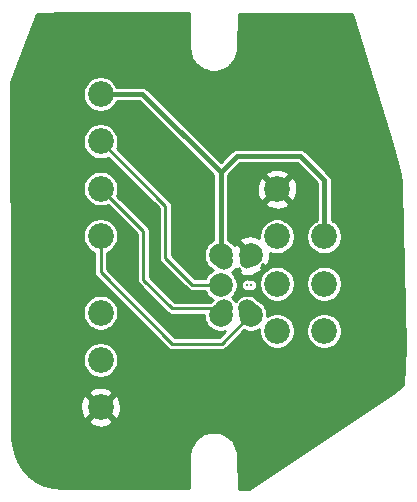
<source format=gtl>
G04 #@! TF.GenerationSoftware,KiCad,Pcbnew,(5.1.5-0-10_14)*
G04 #@! TF.CreationDate,2020-11-03T15:19:47-05:00*
G04 #@! TF.ProjectId,FC_Rear_Port_1P,46435f52-6561-4725-9f50-6f72745f3150,rev?*
G04 #@! TF.SameCoordinates,Original*
G04 #@! TF.FileFunction,Copper,L1,Top*
G04 #@! TF.FilePolarity,Positive*
%FSLAX46Y46*%
G04 Gerber Fmt 4.6, Leading zero omitted, Abs format (unit mm)*
G04 Created by KiCad (PCBNEW (5.1.5-0-10_14)) date 2020-11-03 15:19:47*
%MOMM*%
%LPD*%
G04 APERTURE LIST*
%ADD10C,1.300000*%
%ADD11C,0.250000*%
%ADD12C,1.500000*%
%ADD13C,2.180000*%
%ADD14C,2.000000*%
%ADD15C,0.800000*%
%ADD16C,0.250000*%
%ADD17C,0.400000*%
%ADD18C,0.254000*%
G04 APERTURE END LIST*
D10*
X157970000Y-98870000D03*
D11*
X157970000Y-100870000D03*
D12*
X157970000Y-102870000D03*
X155970000Y-102870000D03*
X155970000Y-100870000D03*
X155970000Y-98870000D03*
D13*
X160480000Y-92770000D03*
X160480000Y-96770000D03*
X160480000Y-100770000D03*
X160480000Y-104770000D03*
X164480000Y-104770000D03*
X164480000Y-100770000D03*
X164480000Y-96770000D03*
X145540000Y-84720000D03*
X145540000Y-88720000D03*
X145540000Y-92720000D03*
X145540000Y-96720000D03*
X145540000Y-103220000D03*
X145540000Y-107220000D03*
X145540000Y-111220000D03*
D14*
X158240000Y-98330000D03*
D11*
X158240000Y-100870000D03*
D14*
X158240000Y-103410000D03*
X155700000Y-103410000D03*
X155700000Y-100870000D03*
X155700000Y-98330000D03*
D15*
X157703520Y-92168980D03*
X156921200Y-95001080D03*
X163192460Y-93047820D03*
X165961060Y-93047820D03*
X151157940Y-107147360D03*
X156867860Y-107147360D03*
X162577780Y-107147360D03*
X162577780Y-110048040D03*
X156846270Y-110048040D03*
X151114760Y-110048040D03*
X144129760Y-101173280D03*
X144129760Y-94716600D03*
X141361160Y-94716600D03*
X141361160Y-101173280D03*
X153309320Y-90850720D03*
X149004020Y-86898480D03*
X151465280Y-84701380D03*
X155417520Y-88567260D03*
X153484580Y-104556560D03*
X151597360Y-100647500D03*
X147424140Y-99065080D03*
X148653500Y-93705680D03*
X150982680Y-92125800D03*
X153266140Y-98582480D03*
X170441620Y-97307400D03*
X170484800Y-100779580D03*
X170484800Y-104206040D03*
X167236140Y-111320580D03*
X164378640Y-113210340D03*
X161787840Y-115097560D03*
X138681460Y-94673420D03*
X138595100Y-97967800D03*
X138595100Y-101262180D03*
D16*
X145590000Y-88720000D02*
X145540000Y-88720000D01*
X151040000Y-94170000D02*
X145590000Y-88720000D01*
X153320000Y-100870000D02*
X151040000Y-98590000D01*
X151040000Y-98590000D02*
X151040000Y-94170000D01*
X155970000Y-100870000D02*
X153320000Y-100870000D01*
X149160000Y-100420000D02*
X149160000Y-96340000D01*
X151610000Y-102870000D02*
X149160000Y-100420000D01*
X149160000Y-96340000D02*
X145540000Y-92720000D01*
X155970000Y-102870000D02*
X151610000Y-102870000D01*
X145540000Y-96720000D02*
X145540000Y-99790000D01*
X145540000Y-99790000D02*
X151600000Y-105850000D01*
X151600000Y-105850000D02*
X155800000Y-105850000D01*
X157704999Y-103945001D02*
X158240000Y-103945001D01*
X155800000Y-105850000D02*
X157704999Y-103945001D01*
D17*
X145540000Y-84720000D02*
X149070000Y-84720000D01*
X155700000Y-91350000D02*
X155700000Y-98330000D01*
X149070000Y-84720000D02*
X155700000Y-91350000D01*
X164480000Y-95228508D02*
X164480000Y-96770000D01*
X164480000Y-92000000D02*
X164480000Y-95228508D01*
X162440000Y-89960000D02*
X164480000Y-92000000D01*
X157090000Y-89960000D02*
X162440000Y-89960000D01*
X155700000Y-91350000D02*
X157090000Y-89960000D01*
D18*
G36*
X153049595Y-80812824D02*
G01*
X153049596Y-80812920D01*
X153049600Y-80813219D01*
X153049601Y-80813224D01*
X153049851Y-80832521D01*
X153051571Y-80847931D01*
X153052069Y-80852670D01*
X153088155Y-81174388D01*
X153095734Y-81210045D01*
X153102808Y-81245770D01*
X153104468Y-81251132D01*
X153202357Y-81559715D01*
X153216711Y-81593206D01*
X153230594Y-81626889D01*
X153233263Y-81631826D01*
X153389224Y-81915520D01*
X153409820Y-81945598D01*
X153429972Y-81975931D01*
X153433550Y-81980255D01*
X153641644Y-82228253D01*
X153667696Y-82253765D01*
X153693350Y-82279599D01*
X153697694Y-82283141D01*
X153697699Y-82283146D01*
X153697704Y-82283150D01*
X153950000Y-82486000D01*
X153980487Y-82505951D01*
X154010693Y-82526325D01*
X154015649Y-82528960D01*
X154302546Y-82678946D01*
X154336319Y-82692591D01*
X154369916Y-82706714D01*
X154375290Y-82708336D01*
X154685855Y-82799740D01*
X154721629Y-82806564D01*
X154757334Y-82813894D01*
X154762921Y-82814441D01*
X155085324Y-82843783D01*
X155121754Y-82843529D01*
X155158194Y-82843784D01*
X155163781Y-82843236D01*
X155485744Y-82809396D01*
X155521454Y-82802066D01*
X155557226Y-82795242D01*
X155562599Y-82793620D01*
X155871857Y-82697888D01*
X155905466Y-82683760D01*
X155939227Y-82670120D01*
X155944183Y-82667485D01*
X156228958Y-82513508D01*
X156259192Y-82493115D01*
X156289652Y-82473183D01*
X156293994Y-82469641D01*
X156294001Y-82469636D01*
X156294007Y-82469630D01*
X156543444Y-82263278D01*
X156569095Y-82237447D01*
X156595150Y-82211933D01*
X156598728Y-82207608D01*
X156803339Y-81956729D01*
X156823495Y-81926392D01*
X156844086Y-81896320D01*
X156846756Y-81891382D01*
X156998741Y-81605540D01*
X157012624Y-81571858D01*
X157026980Y-81538364D01*
X157028639Y-81533002D01*
X157122209Y-81223083D01*
X157129285Y-81187347D01*
X157136862Y-81151702D01*
X157137448Y-81146120D01*
X157168452Y-80829911D01*
X157170199Y-80816310D01*
X157255624Y-77925112D01*
X166850905Y-77919512D01*
X170151811Y-88678619D01*
X170828042Y-91185973D01*
X170988124Y-92201309D01*
X171010175Y-92601590D01*
X171347438Y-106145323D01*
X171167973Y-109320663D01*
X170336380Y-109987224D01*
X158085193Y-118116940D01*
X157229511Y-118116940D01*
X157177988Y-115316801D01*
X157176260Y-115302046D01*
X157150289Y-115021977D01*
X157143831Y-114988435D01*
X157138227Y-114954746D01*
X157136732Y-114949336D01*
X157048347Y-114637924D01*
X157035023Y-114604003D01*
X157022179Y-114569915D01*
X157019662Y-114564898D01*
X156872473Y-114276584D01*
X156852823Y-114245912D01*
X156833595Y-114214954D01*
X156830151Y-114210522D01*
X156629765Y-113956288D01*
X156604522Y-113930006D01*
X156579656Y-113903382D01*
X156575417Y-113899703D01*
X156329466Y-113689233D01*
X156299594Y-113668351D01*
X156270037Y-113647069D01*
X156265163Y-113644283D01*
X155983016Y-113485593D01*
X155949648Y-113470907D01*
X155916528Y-113455775D01*
X155911207Y-113453989D01*
X155603611Y-113353124D01*
X155568058Y-113345206D01*
X155532597Y-113336787D01*
X155527032Y-113336069D01*
X155527030Y-113336069D01*
X155205700Y-113296871D01*
X155169285Y-113296010D01*
X155132867Y-113294639D01*
X155127266Y-113295016D01*
X155127264Y-113295016D01*
X154804442Y-113318977D01*
X154768513Y-113325212D01*
X154732560Y-113330935D01*
X154727149Y-113332390D01*
X154727141Y-113332391D01*
X154727134Y-113332394D01*
X154415118Y-113418601D01*
X154381112Y-113431685D01*
X154346928Y-113444293D01*
X154341900Y-113446772D01*
X154341895Y-113446774D01*
X154341891Y-113446776D01*
X154052560Y-113591948D01*
X154021740Y-113611390D01*
X153990661Y-113630394D01*
X153986204Y-113633807D01*
X153730577Y-113832413D01*
X153704105Y-113857486D01*
X153677324Y-113882151D01*
X153673615Y-113886364D01*
X153461433Y-114130840D01*
X153440364Y-114160536D01*
X153418854Y-114189974D01*
X153416035Y-114194827D01*
X153255378Y-114475861D01*
X153240466Y-114509111D01*
X153225097Y-114542139D01*
X153223274Y-114547448D01*
X153120264Y-114854333D01*
X153112097Y-114889835D01*
X153103432Y-114925231D01*
X153102675Y-114930793D01*
X153065977Y-115215107D01*
X153065195Y-115217529D01*
X153058338Y-115276476D01*
X153008334Y-118113770D01*
X142271466Y-118096650D01*
X141493547Y-118025170D01*
X140759824Y-117818238D01*
X140076091Y-117481058D01*
X139465257Y-117024928D01*
X138947776Y-116465118D01*
X138540974Y-115820379D01*
X138258481Y-115112301D01*
X138108204Y-114356804D01*
X138085209Y-113918040D01*
X138080810Y-112419583D01*
X144520022Y-112419583D01*
X144626648Y-112693187D01*
X144931602Y-112843066D01*
X145259938Y-112930572D01*
X145599035Y-112952341D01*
X145935864Y-112907537D01*
X146257479Y-112797883D01*
X146453352Y-112693187D01*
X146559978Y-112419583D01*
X145540000Y-111399605D01*
X144520022Y-112419583D01*
X138080810Y-112419583D01*
X138077461Y-111279035D01*
X143807659Y-111279035D01*
X143852463Y-111615864D01*
X143962117Y-111937479D01*
X144066813Y-112133352D01*
X144340417Y-112239978D01*
X145360395Y-111220000D01*
X145719605Y-111220000D01*
X146739583Y-112239978D01*
X147013187Y-112133352D01*
X147163066Y-111828398D01*
X147250572Y-111500062D01*
X147272341Y-111160965D01*
X147227537Y-110824136D01*
X147117883Y-110502521D01*
X147013187Y-110306648D01*
X146739583Y-110200022D01*
X145719605Y-111220000D01*
X145360395Y-111220000D01*
X144340417Y-110200022D01*
X144066813Y-110306648D01*
X143916934Y-110611602D01*
X143829428Y-110939938D01*
X143807659Y-111279035D01*
X138077461Y-111279035D01*
X138073766Y-110020417D01*
X144520022Y-110020417D01*
X145540000Y-111040395D01*
X146559978Y-110020417D01*
X146453352Y-109746813D01*
X146148398Y-109596934D01*
X145820062Y-109509428D01*
X145480965Y-109487659D01*
X145144136Y-109532463D01*
X144822521Y-109642117D01*
X144626648Y-109746813D01*
X144520022Y-110020417D01*
X138073766Y-110020417D01*
X138065105Y-107070589D01*
X144023000Y-107070589D01*
X144023000Y-107369411D01*
X144081298Y-107662493D01*
X144195652Y-107938569D01*
X144361669Y-108187031D01*
X144572969Y-108398331D01*
X144821431Y-108564348D01*
X145097507Y-108678702D01*
X145390589Y-108737000D01*
X145689411Y-108737000D01*
X145982493Y-108678702D01*
X146258569Y-108564348D01*
X146507031Y-108398331D01*
X146718331Y-108187031D01*
X146884348Y-107938569D01*
X146998702Y-107662493D01*
X147057000Y-107369411D01*
X147057000Y-107070589D01*
X146998702Y-106777507D01*
X146884348Y-106501431D01*
X146718331Y-106252969D01*
X146507031Y-106041669D01*
X146258569Y-105875652D01*
X145982493Y-105761298D01*
X145689411Y-105703000D01*
X145390589Y-105703000D01*
X145097507Y-105761298D01*
X144821431Y-105875652D01*
X144572969Y-106041669D01*
X144361669Y-106252969D01*
X144195652Y-106501431D01*
X144081298Y-106777507D01*
X144023000Y-107070589D01*
X138065105Y-107070589D01*
X138053361Y-103070589D01*
X144023000Y-103070589D01*
X144023000Y-103369411D01*
X144081298Y-103662493D01*
X144195652Y-103938569D01*
X144361669Y-104187031D01*
X144572969Y-104398331D01*
X144821431Y-104564348D01*
X145097507Y-104678702D01*
X145390589Y-104737000D01*
X145689411Y-104737000D01*
X145982493Y-104678702D01*
X146258569Y-104564348D01*
X146507031Y-104398331D01*
X146718331Y-104187031D01*
X146884348Y-103938569D01*
X146998702Y-103662493D01*
X147057000Y-103369411D01*
X147057000Y-103070589D01*
X146998702Y-102777507D01*
X146884348Y-102501431D01*
X146718331Y-102252969D01*
X146507031Y-102041669D01*
X146258569Y-101875652D01*
X145982493Y-101761298D01*
X145689411Y-101703000D01*
X145390589Y-101703000D01*
X145097507Y-101761298D01*
X144821431Y-101875652D01*
X144572969Y-102041669D01*
X144361669Y-102252969D01*
X144195652Y-102501431D01*
X144081298Y-102777507D01*
X144023000Y-103070589D01*
X138053361Y-103070589D01*
X137999045Y-84570589D01*
X144023000Y-84570589D01*
X144023000Y-84869411D01*
X144081298Y-85162493D01*
X144195652Y-85438569D01*
X144361669Y-85687031D01*
X144572969Y-85898331D01*
X144821431Y-86064348D01*
X145097507Y-86178702D01*
X145390589Y-86237000D01*
X145689411Y-86237000D01*
X145982493Y-86178702D01*
X146258569Y-86064348D01*
X146507031Y-85898331D01*
X146718331Y-85687031D01*
X146884348Y-85438569D01*
X146922277Y-85347000D01*
X148810289Y-85347000D01*
X155073000Y-91609712D01*
X155073001Y-97045138D01*
X155024062Y-97065409D01*
X154790340Y-97221576D01*
X154591576Y-97420340D01*
X154435409Y-97654062D01*
X154327838Y-97913759D01*
X154273000Y-98189453D01*
X154273000Y-98470547D01*
X154327838Y-98746241D01*
X154435409Y-99005938D01*
X154591576Y-99239660D01*
X154790340Y-99438424D01*
X155024062Y-99594591D01*
X155037120Y-99600000D01*
X155024062Y-99605409D01*
X154790340Y-99761576D01*
X154591576Y-99960340D01*
X154435409Y-100194062D01*
X154384072Y-100318000D01*
X153548645Y-100318000D01*
X151592000Y-98361356D01*
X151592000Y-94197106D01*
X151594670Y-94170000D01*
X151592000Y-94142891D01*
X151584012Y-94061789D01*
X151552448Y-93957737D01*
X151501191Y-93861842D01*
X151432211Y-93777789D01*
X151411149Y-93760504D01*
X146944351Y-89293707D01*
X146998702Y-89162493D01*
X147057000Y-88869411D01*
X147057000Y-88570589D01*
X146998702Y-88277507D01*
X146884348Y-88001431D01*
X146718331Y-87752969D01*
X146507031Y-87541669D01*
X146258569Y-87375652D01*
X145982493Y-87261298D01*
X145689411Y-87203000D01*
X145390589Y-87203000D01*
X145097507Y-87261298D01*
X144821431Y-87375652D01*
X144572969Y-87541669D01*
X144361669Y-87752969D01*
X144195652Y-88001431D01*
X144081298Y-88277507D01*
X144023000Y-88570589D01*
X144023000Y-88869411D01*
X144081298Y-89162493D01*
X144195652Y-89438569D01*
X144361669Y-89687031D01*
X144572969Y-89898331D01*
X144821431Y-90064348D01*
X145097507Y-90178702D01*
X145390589Y-90237000D01*
X145689411Y-90237000D01*
X145982493Y-90178702D01*
X146184418Y-90095062D01*
X150488001Y-94398646D01*
X150488000Y-98562894D01*
X150485330Y-98590000D01*
X150488000Y-98617106D01*
X150488000Y-98617108D01*
X150495988Y-98698210D01*
X150527552Y-98802262D01*
X150578809Y-98898158D01*
X150647789Y-98982211D01*
X150668857Y-98999501D01*
X152910504Y-101241149D01*
X152927789Y-101262211D01*
X153011842Y-101331191D01*
X153107737Y-101382448D01*
X153211789Y-101414012D01*
X153292891Y-101422000D01*
X153292894Y-101422000D01*
X153320000Y-101424670D01*
X153347106Y-101422000D01*
X154384072Y-101422000D01*
X154435409Y-101545938D01*
X154591576Y-101779660D01*
X154790340Y-101978424D01*
X155024062Y-102134591D01*
X155037120Y-102140000D01*
X155024062Y-102145409D01*
X154790340Y-102301576D01*
X154773916Y-102318000D01*
X151838646Y-102318000D01*
X149712000Y-100191356D01*
X149712000Y-96367105D01*
X149714670Y-96339999D01*
X149712000Y-96312891D01*
X149704012Y-96231789D01*
X149672448Y-96127737D01*
X149621191Y-96031842D01*
X149552211Y-95947789D01*
X149531154Y-95930508D01*
X146929707Y-93329062D01*
X146998702Y-93162493D01*
X147057000Y-92869411D01*
X147057000Y-92570589D01*
X146998702Y-92277507D01*
X146884348Y-92001431D01*
X146718331Y-91752969D01*
X146507031Y-91541669D01*
X146258569Y-91375652D01*
X145982493Y-91261298D01*
X145689411Y-91203000D01*
X145390589Y-91203000D01*
X145097507Y-91261298D01*
X144821431Y-91375652D01*
X144572969Y-91541669D01*
X144361669Y-91752969D01*
X144195652Y-92001431D01*
X144081298Y-92277507D01*
X144023000Y-92570589D01*
X144023000Y-92869411D01*
X144081298Y-93162493D01*
X144195652Y-93438569D01*
X144361669Y-93687031D01*
X144572969Y-93898331D01*
X144821431Y-94064348D01*
X145097507Y-94178702D01*
X145390589Y-94237000D01*
X145689411Y-94237000D01*
X145982493Y-94178702D01*
X146149062Y-94109707D01*
X148608001Y-96568647D01*
X148608000Y-100392894D01*
X148605330Y-100420000D01*
X148608000Y-100447106D01*
X148608000Y-100447108D01*
X148615988Y-100528210D01*
X148647552Y-100632262D01*
X148698809Y-100728158D01*
X148767789Y-100812211D01*
X148788856Y-100829500D01*
X151200508Y-103241154D01*
X151217789Y-103262211D01*
X151238845Y-103279491D01*
X151301841Y-103331191D01*
X151353098Y-103358588D01*
X151397737Y-103382448D01*
X151501789Y-103414012D01*
X151582891Y-103422000D01*
X151582901Y-103422000D01*
X151609999Y-103424669D01*
X151637097Y-103422000D01*
X154273000Y-103422000D01*
X154273000Y-103550547D01*
X154327838Y-103826241D01*
X154435409Y-104085938D01*
X154591576Y-104319660D01*
X154790340Y-104518424D01*
X155024062Y-104674591D01*
X155283759Y-104782162D01*
X155559453Y-104837000D01*
X155840547Y-104837000D01*
X156079981Y-104789374D01*
X155571356Y-105298000D01*
X151828646Y-105298000D01*
X146092000Y-99561356D01*
X146092000Y-98133343D01*
X146258569Y-98064348D01*
X146507031Y-97898331D01*
X146718331Y-97687031D01*
X146884348Y-97438569D01*
X146998702Y-97162493D01*
X147057000Y-96869411D01*
X147057000Y-96570589D01*
X146998702Y-96277507D01*
X146884348Y-96001431D01*
X146718331Y-95752969D01*
X146507031Y-95541669D01*
X146258569Y-95375652D01*
X145982493Y-95261298D01*
X145689411Y-95203000D01*
X145390589Y-95203000D01*
X145097507Y-95261298D01*
X144821431Y-95375652D01*
X144572969Y-95541669D01*
X144361669Y-95752969D01*
X144195652Y-96001431D01*
X144081298Y-96277507D01*
X144023000Y-96570589D01*
X144023000Y-96869411D01*
X144081298Y-97162493D01*
X144195652Y-97438569D01*
X144361669Y-97687031D01*
X144572969Y-97898331D01*
X144821431Y-98064348D01*
X144988000Y-98133343D01*
X144988001Y-99762884D01*
X144985330Y-99790000D01*
X144995989Y-99898210D01*
X145027552Y-100002262D01*
X145074500Y-100090095D01*
X145078810Y-100098158D01*
X145147790Y-100182211D01*
X145168852Y-100199496D01*
X151190508Y-106221154D01*
X151207789Y-106242211D01*
X151291842Y-106311191D01*
X151387737Y-106362448D01*
X151491789Y-106394012D01*
X151572891Y-106402000D01*
X151572901Y-106402000D01*
X151599999Y-106404669D01*
X151627097Y-106402000D01*
X155772894Y-106402000D01*
X155800000Y-106404670D01*
X155827106Y-106402000D01*
X155827109Y-106402000D01*
X155908211Y-106394012D01*
X156012263Y-106362448D01*
X156108158Y-106311191D01*
X156192211Y-106242211D01*
X156209500Y-106221144D01*
X157699821Y-104730825D01*
X157823759Y-104782162D01*
X158099453Y-104837000D01*
X158380547Y-104837000D01*
X158656241Y-104782162D01*
X158915938Y-104674591D01*
X158963000Y-104643145D01*
X158963000Y-104919411D01*
X159021298Y-105212493D01*
X159135652Y-105488569D01*
X159301669Y-105737031D01*
X159512969Y-105948331D01*
X159761431Y-106114348D01*
X160037507Y-106228702D01*
X160330589Y-106287000D01*
X160629411Y-106287000D01*
X160922493Y-106228702D01*
X161198569Y-106114348D01*
X161447031Y-105948331D01*
X161658331Y-105737031D01*
X161824348Y-105488569D01*
X161938702Y-105212493D01*
X161997000Y-104919411D01*
X161997000Y-104620589D01*
X162963000Y-104620589D01*
X162963000Y-104919411D01*
X163021298Y-105212493D01*
X163135652Y-105488569D01*
X163301669Y-105737031D01*
X163512969Y-105948331D01*
X163761431Y-106114348D01*
X164037507Y-106228702D01*
X164330589Y-106287000D01*
X164629411Y-106287000D01*
X164922493Y-106228702D01*
X165198569Y-106114348D01*
X165447031Y-105948331D01*
X165658331Y-105737031D01*
X165824348Y-105488569D01*
X165938702Y-105212493D01*
X165997000Y-104919411D01*
X165997000Y-104620589D01*
X165938702Y-104327507D01*
X165824348Y-104051431D01*
X165658331Y-103802969D01*
X165447031Y-103591669D01*
X165198569Y-103425652D01*
X164922493Y-103311298D01*
X164629411Y-103253000D01*
X164330589Y-103253000D01*
X164037507Y-103311298D01*
X163761431Y-103425652D01*
X163512969Y-103591669D01*
X163301669Y-103802969D01*
X163135652Y-104051431D01*
X163021298Y-104327507D01*
X162963000Y-104620589D01*
X161997000Y-104620589D01*
X161938702Y-104327507D01*
X161824348Y-104051431D01*
X161658331Y-103802969D01*
X161447031Y-103591669D01*
X161198569Y-103425652D01*
X160922493Y-103311298D01*
X160629411Y-103253000D01*
X160330589Y-103253000D01*
X160037507Y-103311298D01*
X159761431Y-103425652D01*
X159667000Y-103488749D01*
X159667000Y-103269453D01*
X159612162Y-102993759D01*
X159504591Y-102734062D01*
X159348424Y-102500340D01*
X159149660Y-102301576D01*
X158915938Y-102145409D01*
X158895851Y-102137088D01*
X158884236Y-102119706D01*
X158720294Y-101955764D01*
X158527519Y-101826956D01*
X158313318Y-101738231D01*
X158085924Y-101693000D01*
X157854076Y-101693000D01*
X157626682Y-101738231D01*
X157412481Y-101826956D01*
X157219706Y-101955764D01*
X157055764Y-102119706D01*
X156970000Y-102248061D01*
X156884236Y-102119706D01*
X156720294Y-101955764D01*
X156667557Y-101920527D01*
X156808424Y-101779660D01*
X156964591Y-101545938D01*
X157072162Y-101286241D01*
X157072715Y-101283460D01*
X157101769Y-101213318D01*
X157147000Y-100985924D01*
X157147000Y-100815633D01*
X157418000Y-100815633D01*
X157418000Y-100924367D01*
X157439213Y-101031012D01*
X157480824Y-101131470D01*
X157541234Y-101221880D01*
X157618120Y-101298766D01*
X157708530Y-101359176D01*
X157808988Y-101400787D01*
X157915633Y-101422000D01*
X158024367Y-101422000D01*
X158105000Y-101405961D01*
X158185633Y-101422000D01*
X158294367Y-101422000D01*
X158401012Y-101400787D01*
X158501470Y-101359176D01*
X158591880Y-101298766D01*
X158668766Y-101221880D01*
X158729176Y-101131470D01*
X158770787Y-101031012D01*
X158792000Y-100924367D01*
X158792000Y-100815633D01*
X158770787Y-100708988D01*
X158734171Y-100620589D01*
X158963000Y-100620589D01*
X158963000Y-100919411D01*
X159021298Y-101212493D01*
X159135652Y-101488569D01*
X159301669Y-101737031D01*
X159512969Y-101948331D01*
X159761431Y-102114348D01*
X160037507Y-102228702D01*
X160330589Y-102287000D01*
X160629411Y-102287000D01*
X160922493Y-102228702D01*
X161198569Y-102114348D01*
X161447031Y-101948331D01*
X161658331Y-101737031D01*
X161824348Y-101488569D01*
X161938702Y-101212493D01*
X161997000Y-100919411D01*
X161997000Y-100620589D01*
X162963000Y-100620589D01*
X162963000Y-100919411D01*
X163021298Y-101212493D01*
X163135652Y-101488569D01*
X163301669Y-101737031D01*
X163512969Y-101948331D01*
X163761431Y-102114348D01*
X164037507Y-102228702D01*
X164330589Y-102287000D01*
X164629411Y-102287000D01*
X164922493Y-102228702D01*
X165198569Y-102114348D01*
X165447031Y-101948331D01*
X165658331Y-101737031D01*
X165824348Y-101488569D01*
X165938702Y-101212493D01*
X165997000Y-100919411D01*
X165997000Y-100620589D01*
X165938702Y-100327507D01*
X165824348Y-100051431D01*
X165658331Y-99802969D01*
X165447031Y-99591669D01*
X165198569Y-99425652D01*
X164922493Y-99311298D01*
X164629411Y-99253000D01*
X164330589Y-99253000D01*
X164037507Y-99311298D01*
X163761431Y-99425652D01*
X163512969Y-99591669D01*
X163301669Y-99802969D01*
X163135652Y-100051431D01*
X163021298Y-100327507D01*
X162963000Y-100620589D01*
X161997000Y-100620589D01*
X161938702Y-100327507D01*
X161824348Y-100051431D01*
X161658331Y-99802969D01*
X161447031Y-99591669D01*
X161198569Y-99425652D01*
X160922493Y-99311298D01*
X160629411Y-99253000D01*
X160330589Y-99253000D01*
X160037507Y-99311298D01*
X159761431Y-99425652D01*
X159512969Y-99591669D01*
X159301669Y-99802969D01*
X159135652Y-100051431D01*
X159021298Y-100327507D01*
X158963000Y-100620589D01*
X158734171Y-100620589D01*
X158729176Y-100608530D01*
X158668766Y-100518120D01*
X158591880Y-100441234D01*
X158501470Y-100380824D01*
X158401012Y-100339213D01*
X158294367Y-100318000D01*
X158185633Y-100318000D01*
X158105000Y-100334039D01*
X158024367Y-100318000D01*
X157915633Y-100318000D01*
X157808988Y-100339213D01*
X157708530Y-100380824D01*
X157618120Y-100441234D01*
X157541234Y-100518120D01*
X157480824Y-100608530D01*
X157439213Y-100708988D01*
X157418000Y-100815633D01*
X157147000Y-100815633D01*
X157147000Y-100754076D01*
X157101769Y-100526682D01*
X157072715Y-100456540D01*
X157072162Y-100453759D01*
X156964591Y-100194062D01*
X156808424Y-99960340D01*
X156667557Y-99819473D01*
X156720294Y-99784236D01*
X156884236Y-99620294D01*
X156936905Y-99541470D01*
X157084473Y-99575922D01*
X157123919Y-99536477D01*
X157168525Y-99581083D01*
X157284193Y-99465415D01*
X157355982Y-99663623D01*
X157264078Y-99755527D01*
X157317466Y-99984201D01*
X157547374Y-100090095D01*
X157793524Y-100149102D01*
X158046455Y-100158952D01*
X158296449Y-100119270D01*
X158533896Y-100031578D01*
X158622534Y-99984201D01*
X158636892Y-99922704D01*
X158790150Y-99869758D01*
X158792790Y-99872398D01*
X158798217Y-99866971D01*
X158926088Y-99822795D01*
X159100044Y-99729814D01*
X159195808Y-99465413D01*
X159137409Y-99407014D01*
X159190095Y-99292626D01*
X159227248Y-99137643D01*
X159375413Y-99285808D01*
X159639814Y-99190044D01*
X159780704Y-98900429D01*
X159862384Y-98588892D01*
X159881718Y-98267405D01*
X159866709Y-98157955D01*
X160037507Y-98228702D01*
X160330589Y-98287000D01*
X160629411Y-98287000D01*
X160922493Y-98228702D01*
X161198569Y-98114348D01*
X161447031Y-97948331D01*
X161658331Y-97737031D01*
X161824348Y-97488569D01*
X161938702Y-97212493D01*
X161997000Y-96919411D01*
X161997000Y-96620589D01*
X161938702Y-96327507D01*
X161824348Y-96051431D01*
X161658331Y-95802969D01*
X161447031Y-95591669D01*
X161198569Y-95425652D01*
X160922493Y-95311298D01*
X160629411Y-95253000D01*
X160330589Y-95253000D01*
X160037507Y-95311298D01*
X159761431Y-95425652D01*
X159512969Y-95591669D01*
X159301669Y-95802969D01*
X159135652Y-96051431D01*
X159021298Y-96327507D01*
X158963000Y-96620589D01*
X158963000Y-96863518D01*
X158810429Y-96789296D01*
X158498892Y-96707616D01*
X158177405Y-96688282D01*
X157858325Y-96732039D01*
X157553912Y-96837205D01*
X157379956Y-96930186D01*
X157284192Y-97194587D01*
X157701186Y-97611581D01*
X157643551Y-97620730D01*
X157429994Y-97699599D01*
X157104587Y-97374192D01*
X156841305Y-97469551D01*
X156808424Y-97420340D01*
X156609660Y-97221576D01*
X156375938Y-97065409D01*
X156327000Y-97045138D01*
X156327000Y-93969583D01*
X159460022Y-93969583D01*
X159566648Y-94243187D01*
X159871602Y-94393066D01*
X160199938Y-94480572D01*
X160539035Y-94502341D01*
X160875864Y-94457537D01*
X161197479Y-94347883D01*
X161393352Y-94243187D01*
X161499978Y-93969583D01*
X160480000Y-92949605D01*
X159460022Y-93969583D01*
X156327000Y-93969583D01*
X156327000Y-92829035D01*
X158747659Y-92829035D01*
X158792463Y-93165864D01*
X158902117Y-93487479D01*
X159006813Y-93683352D01*
X159280417Y-93789978D01*
X160300395Y-92770000D01*
X160659605Y-92770000D01*
X161679583Y-93789978D01*
X161953187Y-93683352D01*
X162103066Y-93378398D01*
X162190572Y-93050062D01*
X162212341Y-92710965D01*
X162167537Y-92374136D01*
X162057883Y-92052521D01*
X161953187Y-91856648D01*
X161679583Y-91750022D01*
X160659605Y-92770000D01*
X160300395Y-92770000D01*
X159280417Y-91750022D01*
X159006813Y-91856648D01*
X158856934Y-92161602D01*
X158769428Y-92489938D01*
X158747659Y-92829035D01*
X156327000Y-92829035D01*
X156327000Y-91609711D01*
X156366294Y-91570417D01*
X159460022Y-91570417D01*
X160480000Y-92590395D01*
X161499978Y-91570417D01*
X161393352Y-91296813D01*
X161088398Y-91146934D01*
X160760062Y-91059428D01*
X160420965Y-91037659D01*
X160084136Y-91082463D01*
X159762521Y-91192117D01*
X159566648Y-91296813D01*
X159460022Y-91570417D01*
X156366294Y-91570417D01*
X157349712Y-90587000D01*
X162180289Y-90587000D01*
X163853000Y-92259712D01*
X163853001Y-95197705D01*
X163853000Y-95197715D01*
X163853000Y-95387723D01*
X163761431Y-95425652D01*
X163512969Y-95591669D01*
X163301669Y-95802969D01*
X163135652Y-96051431D01*
X163021298Y-96327507D01*
X162963000Y-96620589D01*
X162963000Y-96919411D01*
X163021298Y-97212493D01*
X163135652Y-97488569D01*
X163301669Y-97737031D01*
X163512969Y-97948331D01*
X163761431Y-98114348D01*
X164037507Y-98228702D01*
X164330589Y-98287000D01*
X164629411Y-98287000D01*
X164922493Y-98228702D01*
X165198569Y-98114348D01*
X165447031Y-97948331D01*
X165658331Y-97737031D01*
X165824348Y-97488569D01*
X165938702Y-97212493D01*
X165997000Y-96919411D01*
X165997000Y-96620589D01*
X165938702Y-96327507D01*
X165824348Y-96051431D01*
X165658331Y-95802969D01*
X165447031Y-95591669D01*
X165198569Y-95425652D01*
X165107000Y-95387723D01*
X165107000Y-92030794D01*
X165110033Y-92000000D01*
X165097927Y-91877087D01*
X165086064Y-91837980D01*
X165062075Y-91758897D01*
X165003853Y-91649972D01*
X164925501Y-91554499D01*
X164901579Y-91534867D01*
X162905138Y-89538427D01*
X162885501Y-89514499D01*
X162790028Y-89436147D01*
X162681103Y-89377925D01*
X162562913Y-89342073D01*
X162470794Y-89333000D01*
X162440000Y-89329967D01*
X162409206Y-89333000D01*
X157120794Y-89333000D01*
X157090000Y-89329967D01*
X157059206Y-89333000D01*
X156967087Y-89342073D01*
X156848897Y-89377925D01*
X156739972Y-89436147D01*
X156644499Y-89514499D01*
X156624866Y-89538422D01*
X155700000Y-90463288D01*
X149535138Y-84298427D01*
X149515501Y-84274499D01*
X149420028Y-84196147D01*
X149311103Y-84137925D01*
X149192913Y-84102073D01*
X149100794Y-84093000D01*
X149070000Y-84089967D01*
X149039206Y-84093000D01*
X146922277Y-84093000D01*
X146884348Y-84001431D01*
X146718331Y-83752969D01*
X146507031Y-83541669D01*
X146258569Y-83375652D01*
X145982493Y-83261298D01*
X145689411Y-83203000D01*
X145390589Y-83203000D01*
X145097507Y-83261298D01*
X144821431Y-83375652D01*
X144572969Y-83541669D01*
X144361669Y-83752969D01*
X144195652Y-84001431D01*
X144081298Y-84277507D01*
X144023000Y-84570589D01*
X137999045Y-84570589D01*
X137996544Y-83718917D01*
X139531774Y-79422772D01*
X140141359Y-77943280D01*
X142911917Y-77892315D01*
X153011568Y-77882543D01*
X153049595Y-80812824D01*
G37*
X153049595Y-80812824D02*
X153049596Y-80812920D01*
X153049600Y-80813219D01*
X153049601Y-80813224D01*
X153049851Y-80832521D01*
X153051571Y-80847931D01*
X153052069Y-80852670D01*
X153088155Y-81174388D01*
X153095734Y-81210045D01*
X153102808Y-81245770D01*
X153104468Y-81251132D01*
X153202357Y-81559715D01*
X153216711Y-81593206D01*
X153230594Y-81626889D01*
X153233263Y-81631826D01*
X153389224Y-81915520D01*
X153409820Y-81945598D01*
X153429972Y-81975931D01*
X153433550Y-81980255D01*
X153641644Y-82228253D01*
X153667696Y-82253765D01*
X153693350Y-82279599D01*
X153697694Y-82283141D01*
X153697699Y-82283146D01*
X153697704Y-82283150D01*
X153950000Y-82486000D01*
X153980487Y-82505951D01*
X154010693Y-82526325D01*
X154015649Y-82528960D01*
X154302546Y-82678946D01*
X154336319Y-82692591D01*
X154369916Y-82706714D01*
X154375290Y-82708336D01*
X154685855Y-82799740D01*
X154721629Y-82806564D01*
X154757334Y-82813894D01*
X154762921Y-82814441D01*
X155085324Y-82843783D01*
X155121754Y-82843529D01*
X155158194Y-82843784D01*
X155163781Y-82843236D01*
X155485744Y-82809396D01*
X155521454Y-82802066D01*
X155557226Y-82795242D01*
X155562599Y-82793620D01*
X155871857Y-82697888D01*
X155905466Y-82683760D01*
X155939227Y-82670120D01*
X155944183Y-82667485D01*
X156228958Y-82513508D01*
X156259192Y-82493115D01*
X156289652Y-82473183D01*
X156293994Y-82469641D01*
X156294001Y-82469636D01*
X156294007Y-82469630D01*
X156543444Y-82263278D01*
X156569095Y-82237447D01*
X156595150Y-82211933D01*
X156598728Y-82207608D01*
X156803339Y-81956729D01*
X156823495Y-81926392D01*
X156844086Y-81896320D01*
X156846756Y-81891382D01*
X156998741Y-81605540D01*
X157012624Y-81571858D01*
X157026980Y-81538364D01*
X157028639Y-81533002D01*
X157122209Y-81223083D01*
X157129285Y-81187347D01*
X157136862Y-81151702D01*
X157137448Y-81146120D01*
X157168452Y-80829911D01*
X157170199Y-80816310D01*
X157255624Y-77925112D01*
X166850905Y-77919512D01*
X170151811Y-88678619D01*
X170828042Y-91185973D01*
X170988124Y-92201309D01*
X171010175Y-92601590D01*
X171347438Y-106145323D01*
X171167973Y-109320663D01*
X170336380Y-109987224D01*
X158085193Y-118116940D01*
X157229511Y-118116940D01*
X157177988Y-115316801D01*
X157176260Y-115302046D01*
X157150289Y-115021977D01*
X157143831Y-114988435D01*
X157138227Y-114954746D01*
X157136732Y-114949336D01*
X157048347Y-114637924D01*
X157035023Y-114604003D01*
X157022179Y-114569915D01*
X157019662Y-114564898D01*
X156872473Y-114276584D01*
X156852823Y-114245912D01*
X156833595Y-114214954D01*
X156830151Y-114210522D01*
X156629765Y-113956288D01*
X156604522Y-113930006D01*
X156579656Y-113903382D01*
X156575417Y-113899703D01*
X156329466Y-113689233D01*
X156299594Y-113668351D01*
X156270037Y-113647069D01*
X156265163Y-113644283D01*
X155983016Y-113485593D01*
X155949648Y-113470907D01*
X155916528Y-113455775D01*
X155911207Y-113453989D01*
X155603611Y-113353124D01*
X155568058Y-113345206D01*
X155532597Y-113336787D01*
X155527032Y-113336069D01*
X155527030Y-113336069D01*
X155205700Y-113296871D01*
X155169285Y-113296010D01*
X155132867Y-113294639D01*
X155127266Y-113295016D01*
X155127264Y-113295016D01*
X154804442Y-113318977D01*
X154768513Y-113325212D01*
X154732560Y-113330935D01*
X154727149Y-113332390D01*
X154727141Y-113332391D01*
X154727134Y-113332394D01*
X154415118Y-113418601D01*
X154381112Y-113431685D01*
X154346928Y-113444293D01*
X154341900Y-113446772D01*
X154341895Y-113446774D01*
X154341891Y-113446776D01*
X154052560Y-113591948D01*
X154021740Y-113611390D01*
X153990661Y-113630394D01*
X153986204Y-113633807D01*
X153730577Y-113832413D01*
X153704105Y-113857486D01*
X153677324Y-113882151D01*
X153673615Y-113886364D01*
X153461433Y-114130840D01*
X153440364Y-114160536D01*
X153418854Y-114189974D01*
X153416035Y-114194827D01*
X153255378Y-114475861D01*
X153240466Y-114509111D01*
X153225097Y-114542139D01*
X153223274Y-114547448D01*
X153120264Y-114854333D01*
X153112097Y-114889835D01*
X153103432Y-114925231D01*
X153102675Y-114930793D01*
X153065977Y-115215107D01*
X153065195Y-115217529D01*
X153058338Y-115276476D01*
X153008334Y-118113770D01*
X142271466Y-118096650D01*
X141493547Y-118025170D01*
X140759824Y-117818238D01*
X140076091Y-117481058D01*
X139465257Y-117024928D01*
X138947776Y-116465118D01*
X138540974Y-115820379D01*
X138258481Y-115112301D01*
X138108204Y-114356804D01*
X138085209Y-113918040D01*
X138080810Y-112419583D01*
X144520022Y-112419583D01*
X144626648Y-112693187D01*
X144931602Y-112843066D01*
X145259938Y-112930572D01*
X145599035Y-112952341D01*
X145935864Y-112907537D01*
X146257479Y-112797883D01*
X146453352Y-112693187D01*
X146559978Y-112419583D01*
X145540000Y-111399605D01*
X144520022Y-112419583D01*
X138080810Y-112419583D01*
X138077461Y-111279035D01*
X143807659Y-111279035D01*
X143852463Y-111615864D01*
X143962117Y-111937479D01*
X144066813Y-112133352D01*
X144340417Y-112239978D01*
X145360395Y-111220000D01*
X145719605Y-111220000D01*
X146739583Y-112239978D01*
X147013187Y-112133352D01*
X147163066Y-111828398D01*
X147250572Y-111500062D01*
X147272341Y-111160965D01*
X147227537Y-110824136D01*
X147117883Y-110502521D01*
X147013187Y-110306648D01*
X146739583Y-110200022D01*
X145719605Y-111220000D01*
X145360395Y-111220000D01*
X144340417Y-110200022D01*
X144066813Y-110306648D01*
X143916934Y-110611602D01*
X143829428Y-110939938D01*
X143807659Y-111279035D01*
X138077461Y-111279035D01*
X138073766Y-110020417D01*
X144520022Y-110020417D01*
X145540000Y-111040395D01*
X146559978Y-110020417D01*
X146453352Y-109746813D01*
X146148398Y-109596934D01*
X145820062Y-109509428D01*
X145480965Y-109487659D01*
X145144136Y-109532463D01*
X144822521Y-109642117D01*
X144626648Y-109746813D01*
X144520022Y-110020417D01*
X138073766Y-110020417D01*
X138065105Y-107070589D01*
X144023000Y-107070589D01*
X144023000Y-107369411D01*
X144081298Y-107662493D01*
X144195652Y-107938569D01*
X144361669Y-108187031D01*
X144572969Y-108398331D01*
X144821431Y-108564348D01*
X145097507Y-108678702D01*
X145390589Y-108737000D01*
X145689411Y-108737000D01*
X145982493Y-108678702D01*
X146258569Y-108564348D01*
X146507031Y-108398331D01*
X146718331Y-108187031D01*
X146884348Y-107938569D01*
X146998702Y-107662493D01*
X147057000Y-107369411D01*
X147057000Y-107070589D01*
X146998702Y-106777507D01*
X146884348Y-106501431D01*
X146718331Y-106252969D01*
X146507031Y-106041669D01*
X146258569Y-105875652D01*
X145982493Y-105761298D01*
X145689411Y-105703000D01*
X145390589Y-105703000D01*
X145097507Y-105761298D01*
X144821431Y-105875652D01*
X144572969Y-106041669D01*
X144361669Y-106252969D01*
X144195652Y-106501431D01*
X144081298Y-106777507D01*
X144023000Y-107070589D01*
X138065105Y-107070589D01*
X138053361Y-103070589D01*
X144023000Y-103070589D01*
X144023000Y-103369411D01*
X144081298Y-103662493D01*
X144195652Y-103938569D01*
X144361669Y-104187031D01*
X144572969Y-104398331D01*
X144821431Y-104564348D01*
X145097507Y-104678702D01*
X145390589Y-104737000D01*
X145689411Y-104737000D01*
X145982493Y-104678702D01*
X146258569Y-104564348D01*
X146507031Y-104398331D01*
X146718331Y-104187031D01*
X146884348Y-103938569D01*
X146998702Y-103662493D01*
X147057000Y-103369411D01*
X147057000Y-103070589D01*
X146998702Y-102777507D01*
X146884348Y-102501431D01*
X146718331Y-102252969D01*
X146507031Y-102041669D01*
X146258569Y-101875652D01*
X145982493Y-101761298D01*
X145689411Y-101703000D01*
X145390589Y-101703000D01*
X145097507Y-101761298D01*
X144821431Y-101875652D01*
X144572969Y-102041669D01*
X144361669Y-102252969D01*
X144195652Y-102501431D01*
X144081298Y-102777507D01*
X144023000Y-103070589D01*
X138053361Y-103070589D01*
X137999045Y-84570589D01*
X144023000Y-84570589D01*
X144023000Y-84869411D01*
X144081298Y-85162493D01*
X144195652Y-85438569D01*
X144361669Y-85687031D01*
X144572969Y-85898331D01*
X144821431Y-86064348D01*
X145097507Y-86178702D01*
X145390589Y-86237000D01*
X145689411Y-86237000D01*
X145982493Y-86178702D01*
X146258569Y-86064348D01*
X146507031Y-85898331D01*
X146718331Y-85687031D01*
X146884348Y-85438569D01*
X146922277Y-85347000D01*
X148810289Y-85347000D01*
X155073000Y-91609712D01*
X155073001Y-97045138D01*
X155024062Y-97065409D01*
X154790340Y-97221576D01*
X154591576Y-97420340D01*
X154435409Y-97654062D01*
X154327838Y-97913759D01*
X154273000Y-98189453D01*
X154273000Y-98470547D01*
X154327838Y-98746241D01*
X154435409Y-99005938D01*
X154591576Y-99239660D01*
X154790340Y-99438424D01*
X155024062Y-99594591D01*
X155037120Y-99600000D01*
X155024062Y-99605409D01*
X154790340Y-99761576D01*
X154591576Y-99960340D01*
X154435409Y-100194062D01*
X154384072Y-100318000D01*
X153548645Y-100318000D01*
X151592000Y-98361356D01*
X151592000Y-94197106D01*
X151594670Y-94170000D01*
X151592000Y-94142891D01*
X151584012Y-94061789D01*
X151552448Y-93957737D01*
X151501191Y-93861842D01*
X151432211Y-93777789D01*
X151411149Y-93760504D01*
X146944351Y-89293707D01*
X146998702Y-89162493D01*
X147057000Y-88869411D01*
X147057000Y-88570589D01*
X146998702Y-88277507D01*
X146884348Y-88001431D01*
X146718331Y-87752969D01*
X146507031Y-87541669D01*
X146258569Y-87375652D01*
X145982493Y-87261298D01*
X145689411Y-87203000D01*
X145390589Y-87203000D01*
X145097507Y-87261298D01*
X144821431Y-87375652D01*
X144572969Y-87541669D01*
X144361669Y-87752969D01*
X144195652Y-88001431D01*
X144081298Y-88277507D01*
X144023000Y-88570589D01*
X144023000Y-88869411D01*
X144081298Y-89162493D01*
X144195652Y-89438569D01*
X144361669Y-89687031D01*
X144572969Y-89898331D01*
X144821431Y-90064348D01*
X145097507Y-90178702D01*
X145390589Y-90237000D01*
X145689411Y-90237000D01*
X145982493Y-90178702D01*
X146184418Y-90095062D01*
X150488001Y-94398646D01*
X150488000Y-98562894D01*
X150485330Y-98590000D01*
X150488000Y-98617106D01*
X150488000Y-98617108D01*
X150495988Y-98698210D01*
X150527552Y-98802262D01*
X150578809Y-98898158D01*
X150647789Y-98982211D01*
X150668857Y-98999501D01*
X152910504Y-101241149D01*
X152927789Y-101262211D01*
X153011842Y-101331191D01*
X153107737Y-101382448D01*
X153211789Y-101414012D01*
X153292891Y-101422000D01*
X153292894Y-101422000D01*
X153320000Y-101424670D01*
X153347106Y-101422000D01*
X154384072Y-101422000D01*
X154435409Y-101545938D01*
X154591576Y-101779660D01*
X154790340Y-101978424D01*
X155024062Y-102134591D01*
X155037120Y-102140000D01*
X155024062Y-102145409D01*
X154790340Y-102301576D01*
X154773916Y-102318000D01*
X151838646Y-102318000D01*
X149712000Y-100191356D01*
X149712000Y-96367105D01*
X149714670Y-96339999D01*
X149712000Y-96312891D01*
X149704012Y-96231789D01*
X149672448Y-96127737D01*
X149621191Y-96031842D01*
X149552211Y-95947789D01*
X149531154Y-95930508D01*
X146929707Y-93329062D01*
X146998702Y-93162493D01*
X147057000Y-92869411D01*
X147057000Y-92570589D01*
X146998702Y-92277507D01*
X146884348Y-92001431D01*
X146718331Y-91752969D01*
X146507031Y-91541669D01*
X146258569Y-91375652D01*
X145982493Y-91261298D01*
X145689411Y-91203000D01*
X145390589Y-91203000D01*
X145097507Y-91261298D01*
X144821431Y-91375652D01*
X144572969Y-91541669D01*
X144361669Y-91752969D01*
X144195652Y-92001431D01*
X144081298Y-92277507D01*
X144023000Y-92570589D01*
X144023000Y-92869411D01*
X144081298Y-93162493D01*
X144195652Y-93438569D01*
X144361669Y-93687031D01*
X144572969Y-93898331D01*
X144821431Y-94064348D01*
X145097507Y-94178702D01*
X145390589Y-94237000D01*
X145689411Y-94237000D01*
X145982493Y-94178702D01*
X146149062Y-94109707D01*
X148608001Y-96568647D01*
X148608000Y-100392894D01*
X148605330Y-100420000D01*
X148608000Y-100447106D01*
X148608000Y-100447108D01*
X148615988Y-100528210D01*
X148647552Y-100632262D01*
X148698809Y-100728158D01*
X148767789Y-100812211D01*
X148788856Y-100829500D01*
X151200508Y-103241154D01*
X151217789Y-103262211D01*
X151238845Y-103279491D01*
X151301841Y-103331191D01*
X151353098Y-103358588D01*
X151397737Y-103382448D01*
X151501789Y-103414012D01*
X151582891Y-103422000D01*
X151582901Y-103422000D01*
X151609999Y-103424669D01*
X151637097Y-103422000D01*
X154273000Y-103422000D01*
X154273000Y-103550547D01*
X154327838Y-103826241D01*
X154435409Y-104085938D01*
X154591576Y-104319660D01*
X154790340Y-104518424D01*
X155024062Y-104674591D01*
X155283759Y-104782162D01*
X155559453Y-104837000D01*
X155840547Y-104837000D01*
X156079981Y-104789374D01*
X155571356Y-105298000D01*
X151828646Y-105298000D01*
X146092000Y-99561356D01*
X146092000Y-98133343D01*
X146258569Y-98064348D01*
X146507031Y-97898331D01*
X146718331Y-97687031D01*
X146884348Y-97438569D01*
X146998702Y-97162493D01*
X147057000Y-96869411D01*
X147057000Y-96570589D01*
X146998702Y-96277507D01*
X146884348Y-96001431D01*
X146718331Y-95752969D01*
X146507031Y-95541669D01*
X146258569Y-95375652D01*
X145982493Y-95261298D01*
X145689411Y-95203000D01*
X145390589Y-95203000D01*
X145097507Y-95261298D01*
X144821431Y-95375652D01*
X144572969Y-95541669D01*
X144361669Y-95752969D01*
X144195652Y-96001431D01*
X144081298Y-96277507D01*
X144023000Y-96570589D01*
X144023000Y-96869411D01*
X144081298Y-97162493D01*
X144195652Y-97438569D01*
X144361669Y-97687031D01*
X144572969Y-97898331D01*
X144821431Y-98064348D01*
X144988000Y-98133343D01*
X144988001Y-99762884D01*
X144985330Y-99790000D01*
X144995989Y-99898210D01*
X145027552Y-100002262D01*
X145074500Y-100090095D01*
X145078810Y-100098158D01*
X145147790Y-100182211D01*
X145168852Y-100199496D01*
X151190508Y-106221154D01*
X151207789Y-106242211D01*
X151291842Y-106311191D01*
X151387737Y-106362448D01*
X151491789Y-106394012D01*
X151572891Y-106402000D01*
X151572901Y-106402000D01*
X151599999Y-106404669D01*
X151627097Y-106402000D01*
X155772894Y-106402000D01*
X155800000Y-106404670D01*
X155827106Y-106402000D01*
X155827109Y-106402000D01*
X155908211Y-106394012D01*
X156012263Y-106362448D01*
X156108158Y-106311191D01*
X156192211Y-106242211D01*
X156209500Y-106221144D01*
X157699821Y-104730825D01*
X157823759Y-104782162D01*
X158099453Y-104837000D01*
X158380547Y-104837000D01*
X158656241Y-104782162D01*
X158915938Y-104674591D01*
X158963000Y-104643145D01*
X158963000Y-104919411D01*
X159021298Y-105212493D01*
X159135652Y-105488569D01*
X159301669Y-105737031D01*
X159512969Y-105948331D01*
X159761431Y-106114348D01*
X160037507Y-106228702D01*
X160330589Y-106287000D01*
X160629411Y-106287000D01*
X160922493Y-106228702D01*
X161198569Y-106114348D01*
X161447031Y-105948331D01*
X161658331Y-105737031D01*
X161824348Y-105488569D01*
X161938702Y-105212493D01*
X161997000Y-104919411D01*
X161997000Y-104620589D01*
X162963000Y-104620589D01*
X162963000Y-104919411D01*
X163021298Y-105212493D01*
X163135652Y-105488569D01*
X163301669Y-105737031D01*
X163512969Y-105948331D01*
X163761431Y-106114348D01*
X164037507Y-106228702D01*
X164330589Y-106287000D01*
X164629411Y-106287000D01*
X164922493Y-106228702D01*
X165198569Y-106114348D01*
X165447031Y-105948331D01*
X165658331Y-105737031D01*
X165824348Y-105488569D01*
X165938702Y-105212493D01*
X165997000Y-104919411D01*
X165997000Y-104620589D01*
X165938702Y-104327507D01*
X165824348Y-104051431D01*
X165658331Y-103802969D01*
X165447031Y-103591669D01*
X165198569Y-103425652D01*
X164922493Y-103311298D01*
X164629411Y-103253000D01*
X164330589Y-103253000D01*
X164037507Y-103311298D01*
X163761431Y-103425652D01*
X163512969Y-103591669D01*
X163301669Y-103802969D01*
X163135652Y-104051431D01*
X163021298Y-104327507D01*
X162963000Y-104620589D01*
X161997000Y-104620589D01*
X161938702Y-104327507D01*
X161824348Y-104051431D01*
X161658331Y-103802969D01*
X161447031Y-103591669D01*
X161198569Y-103425652D01*
X160922493Y-103311298D01*
X160629411Y-103253000D01*
X160330589Y-103253000D01*
X160037507Y-103311298D01*
X159761431Y-103425652D01*
X159667000Y-103488749D01*
X159667000Y-103269453D01*
X159612162Y-102993759D01*
X159504591Y-102734062D01*
X159348424Y-102500340D01*
X159149660Y-102301576D01*
X158915938Y-102145409D01*
X158895851Y-102137088D01*
X158884236Y-102119706D01*
X158720294Y-101955764D01*
X158527519Y-101826956D01*
X158313318Y-101738231D01*
X158085924Y-101693000D01*
X157854076Y-101693000D01*
X157626682Y-101738231D01*
X157412481Y-101826956D01*
X157219706Y-101955764D01*
X157055764Y-102119706D01*
X156970000Y-102248061D01*
X156884236Y-102119706D01*
X156720294Y-101955764D01*
X156667557Y-101920527D01*
X156808424Y-101779660D01*
X156964591Y-101545938D01*
X157072162Y-101286241D01*
X157072715Y-101283460D01*
X157101769Y-101213318D01*
X157147000Y-100985924D01*
X157147000Y-100815633D01*
X157418000Y-100815633D01*
X157418000Y-100924367D01*
X157439213Y-101031012D01*
X157480824Y-101131470D01*
X157541234Y-101221880D01*
X157618120Y-101298766D01*
X157708530Y-101359176D01*
X157808988Y-101400787D01*
X157915633Y-101422000D01*
X158024367Y-101422000D01*
X158105000Y-101405961D01*
X158185633Y-101422000D01*
X158294367Y-101422000D01*
X158401012Y-101400787D01*
X158501470Y-101359176D01*
X158591880Y-101298766D01*
X158668766Y-101221880D01*
X158729176Y-101131470D01*
X158770787Y-101031012D01*
X158792000Y-100924367D01*
X158792000Y-100815633D01*
X158770787Y-100708988D01*
X158734171Y-100620589D01*
X158963000Y-100620589D01*
X158963000Y-100919411D01*
X159021298Y-101212493D01*
X159135652Y-101488569D01*
X159301669Y-101737031D01*
X159512969Y-101948331D01*
X159761431Y-102114348D01*
X160037507Y-102228702D01*
X160330589Y-102287000D01*
X160629411Y-102287000D01*
X160922493Y-102228702D01*
X161198569Y-102114348D01*
X161447031Y-101948331D01*
X161658331Y-101737031D01*
X161824348Y-101488569D01*
X161938702Y-101212493D01*
X161997000Y-100919411D01*
X161997000Y-100620589D01*
X162963000Y-100620589D01*
X162963000Y-100919411D01*
X163021298Y-101212493D01*
X163135652Y-101488569D01*
X163301669Y-101737031D01*
X163512969Y-101948331D01*
X163761431Y-102114348D01*
X164037507Y-102228702D01*
X164330589Y-102287000D01*
X164629411Y-102287000D01*
X164922493Y-102228702D01*
X165198569Y-102114348D01*
X165447031Y-101948331D01*
X165658331Y-101737031D01*
X165824348Y-101488569D01*
X165938702Y-101212493D01*
X165997000Y-100919411D01*
X165997000Y-100620589D01*
X165938702Y-100327507D01*
X165824348Y-100051431D01*
X165658331Y-99802969D01*
X165447031Y-99591669D01*
X165198569Y-99425652D01*
X164922493Y-99311298D01*
X164629411Y-99253000D01*
X164330589Y-99253000D01*
X164037507Y-99311298D01*
X163761431Y-99425652D01*
X163512969Y-99591669D01*
X163301669Y-99802969D01*
X163135652Y-100051431D01*
X163021298Y-100327507D01*
X162963000Y-100620589D01*
X161997000Y-100620589D01*
X161938702Y-100327507D01*
X161824348Y-100051431D01*
X161658331Y-99802969D01*
X161447031Y-99591669D01*
X161198569Y-99425652D01*
X160922493Y-99311298D01*
X160629411Y-99253000D01*
X160330589Y-99253000D01*
X160037507Y-99311298D01*
X159761431Y-99425652D01*
X159512969Y-99591669D01*
X159301669Y-99802969D01*
X159135652Y-100051431D01*
X159021298Y-100327507D01*
X158963000Y-100620589D01*
X158734171Y-100620589D01*
X158729176Y-100608530D01*
X158668766Y-100518120D01*
X158591880Y-100441234D01*
X158501470Y-100380824D01*
X158401012Y-100339213D01*
X158294367Y-100318000D01*
X158185633Y-100318000D01*
X158105000Y-100334039D01*
X158024367Y-100318000D01*
X157915633Y-100318000D01*
X157808988Y-100339213D01*
X157708530Y-100380824D01*
X157618120Y-100441234D01*
X157541234Y-100518120D01*
X157480824Y-100608530D01*
X157439213Y-100708988D01*
X157418000Y-100815633D01*
X157147000Y-100815633D01*
X157147000Y-100754076D01*
X157101769Y-100526682D01*
X157072715Y-100456540D01*
X157072162Y-100453759D01*
X156964591Y-100194062D01*
X156808424Y-99960340D01*
X156667557Y-99819473D01*
X156720294Y-99784236D01*
X156884236Y-99620294D01*
X156936905Y-99541470D01*
X157084473Y-99575922D01*
X157123919Y-99536477D01*
X157168525Y-99581083D01*
X157284193Y-99465415D01*
X157355982Y-99663623D01*
X157264078Y-99755527D01*
X157317466Y-99984201D01*
X157547374Y-100090095D01*
X157793524Y-100149102D01*
X158046455Y-100158952D01*
X158296449Y-100119270D01*
X158533896Y-100031578D01*
X158622534Y-99984201D01*
X158636892Y-99922704D01*
X158790150Y-99869758D01*
X158792790Y-99872398D01*
X158798217Y-99866971D01*
X158926088Y-99822795D01*
X159100044Y-99729814D01*
X159195808Y-99465413D01*
X159137409Y-99407014D01*
X159190095Y-99292626D01*
X159227248Y-99137643D01*
X159375413Y-99285808D01*
X159639814Y-99190044D01*
X159780704Y-98900429D01*
X159862384Y-98588892D01*
X159881718Y-98267405D01*
X159866709Y-98157955D01*
X160037507Y-98228702D01*
X160330589Y-98287000D01*
X160629411Y-98287000D01*
X160922493Y-98228702D01*
X161198569Y-98114348D01*
X161447031Y-97948331D01*
X161658331Y-97737031D01*
X161824348Y-97488569D01*
X161938702Y-97212493D01*
X161997000Y-96919411D01*
X161997000Y-96620589D01*
X161938702Y-96327507D01*
X161824348Y-96051431D01*
X161658331Y-95802969D01*
X161447031Y-95591669D01*
X161198569Y-95425652D01*
X160922493Y-95311298D01*
X160629411Y-95253000D01*
X160330589Y-95253000D01*
X160037507Y-95311298D01*
X159761431Y-95425652D01*
X159512969Y-95591669D01*
X159301669Y-95802969D01*
X159135652Y-96051431D01*
X159021298Y-96327507D01*
X158963000Y-96620589D01*
X158963000Y-96863518D01*
X158810429Y-96789296D01*
X158498892Y-96707616D01*
X158177405Y-96688282D01*
X157858325Y-96732039D01*
X157553912Y-96837205D01*
X157379956Y-96930186D01*
X157284192Y-97194587D01*
X157701186Y-97611581D01*
X157643551Y-97620730D01*
X157429994Y-97699599D01*
X157104587Y-97374192D01*
X156841305Y-97469551D01*
X156808424Y-97420340D01*
X156609660Y-97221576D01*
X156375938Y-97065409D01*
X156327000Y-97045138D01*
X156327000Y-93969583D01*
X159460022Y-93969583D01*
X159566648Y-94243187D01*
X159871602Y-94393066D01*
X160199938Y-94480572D01*
X160539035Y-94502341D01*
X160875864Y-94457537D01*
X161197479Y-94347883D01*
X161393352Y-94243187D01*
X161499978Y-93969583D01*
X160480000Y-92949605D01*
X159460022Y-93969583D01*
X156327000Y-93969583D01*
X156327000Y-92829035D01*
X158747659Y-92829035D01*
X158792463Y-93165864D01*
X158902117Y-93487479D01*
X159006813Y-93683352D01*
X159280417Y-93789978D01*
X160300395Y-92770000D01*
X160659605Y-92770000D01*
X161679583Y-93789978D01*
X161953187Y-93683352D01*
X162103066Y-93378398D01*
X162190572Y-93050062D01*
X162212341Y-92710965D01*
X162167537Y-92374136D01*
X162057883Y-92052521D01*
X161953187Y-91856648D01*
X161679583Y-91750022D01*
X160659605Y-92770000D01*
X160300395Y-92770000D01*
X159280417Y-91750022D01*
X159006813Y-91856648D01*
X158856934Y-92161602D01*
X158769428Y-92489938D01*
X158747659Y-92829035D01*
X156327000Y-92829035D01*
X156327000Y-91609711D01*
X156366294Y-91570417D01*
X159460022Y-91570417D01*
X160480000Y-92590395D01*
X161499978Y-91570417D01*
X161393352Y-91296813D01*
X161088398Y-91146934D01*
X160760062Y-91059428D01*
X160420965Y-91037659D01*
X160084136Y-91082463D01*
X159762521Y-91192117D01*
X159566648Y-91296813D01*
X159460022Y-91570417D01*
X156366294Y-91570417D01*
X157349712Y-90587000D01*
X162180289Y-90587000D01*
X163853000Y-92259712D01*
X163853001Y-95197705D01*
X163853000Y-95197715D01*
X163853000Y-95387723D01*
X163761431Y-95425652D01*
X163512969Y-95591669D01*
X163301669Y-95802969D01*
X163135652Y-96051431D01*
X163021298Y-96327507D01*
X162963000Y-96620589D01*
X162963000Y-96919411D01*
X163021298Y-97212493D01*
X163135652Y-97488569D01*
X163301669Y-97737031D01*
X163512969Y-97948331D01*
X163761431Y-98114348D01*
X164037507Y-98228702D01*
X164330589Y-98287000D01*
X164629411Y-98287000D01*
X164922493Y-98228702D01*
X165198569Y-98114348D01*
X165447031Y-97948331D01*
X165658331Y-97737031D01*
X165824348Y-97488569D01*
X165938702Y-97212493D01*
X165997000Y-96919411D01*
X165997000Y-96620589D01*
X165938702Y-96327507D01*
X165824348Y-96051431D01*
X165658331Y-95802969D01*
X165447031Y-95591669D01*
X165198569Y-95425652D01*
X165107000Y-95387723D01*
X165107000Y-92030794D01*
X165110033Y-92000000D01*
X165097927Y-91877087D01*
X165086064Y-91837980D01*
X165062075Y-91758897D01*
X165003853Y-91649972D01*
X164925501Y-91554499D01*
X164901579Y-91534867D01*
X162905138Y-89538427D01*
X162885501Y-89514499D01*
X162790028Y-89436147D01*
X162681103Y-89377925D01*
X162562913Y-89342073D01*
X162470794Y-89333000D01*
X162440000Y-89329967D01*
X162409206Y-89333000D01*
X157120794Y-89333000D01*
X157090000Y-89329967D01*
X157059206Y-89333000D01*
X156967087Y-89342073D01*
X156848897Y-89377925D01*
X156739972Y-89436147D01*
X156644499Y-89514499D01*
X156624866Y-89538422D01*
X155700000Y-90463288D01*
X149535138Y-84298427D01*
X149515501Y-84274499D01*
X149420028Y-84196147D01*
X149311103Y-84137925D01*
X149192913Y-84102073D01*
X149100794Y-84093000D01*
X149070000Y-84089967D01*
X149039206Y-84093000D01*
X146922277Y-84093000D01*
X146884348Y-84001431D01*
X146718331Y-83752969D01*
X146507031Y-83541669D01*
X146258569Y-83375652D01*
X145982493Y-83261298D01*
X145689411Y-83203000D01*
X145390589Y-83203000D01*
X145097507Y-83261298D01*
X144821431Y-83375652D01*
X144572969Y-83541669D01*
X144361669Y-83752969D01*
X144195652Y-84001431D01*
X144081298Y-84277507D01*
X144023000Y-84570589D01*
X137999045Y-84570589D01*
X137996544Y-83718917D01*
X139531774Y-79422772D01*
X140141359Y-77943280D01*
X142911917Y-77892315D01*
X153011568Y-77882543D01*
X153049595Y-80812824D01*
M02*

</source>
